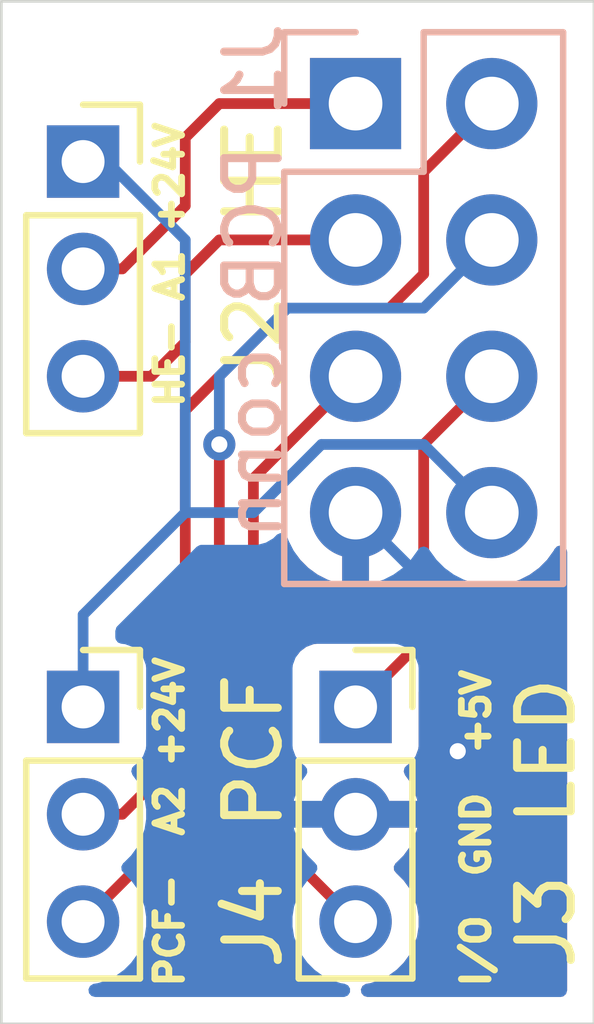
<source format=kicad_pcb>
(kicad_pcb (version 20241229) (generator "pcbnew") (generator_version "9.0")
  (layers (0 "F.Cu" signal) (2 "B.Cu" signal) (13 "F.Paste" user) (15 "B.Paste" user) (5 "F.SilkS" user "F.Silkscreen") (7 "B.SilkS" user "B.Silkscreen") (1 "F.Mask" user) (3 "B.Mask" user) (25 "Edge.Cuts" user))
  (net 0 "")
  (net 1 "/A1 (HE feedback)")
  (net 2 "/A2 (PCF feedback)")
  (net 3 "/HE-")
  (net 4 "/PCF-")
  (net 5 "/LED I{slash}O")
  (net 6 "/5V")
  (net 7 "/GND")
  (net 8 "/24V")
  (footprint "Connector_PinSocket_2.00mm:PinSocket_1x03_P2.00mm_Vertical" (layer "F.Cu") (at 139.7 89.98)
    (property "Reference" "J3" (at 3.556 4 90) (layer "F.SilkS"))
    (property "Value" "LED" (at 3.556 0.825 90) (layer "F.SilkS"))
    (fp_line (start -1.06 1) (end -1.06 5.06) (stroke (width 0.12)) (layer "F.SilkS"))
    (fp_line (start -1.06 1) (end 1.06 1) (stroke (width 0.12)) (layer "F.SilkS"))
    (fp_line (start -1.06 5.06) (end 1.06 5.06) (stroke (width 0.12)) (layer "F.SilkS"))
    (fp_line (start 0 -1.06) (end 1.06 -1.06) (stroke (width 0.12)) (layer "F.SilkS"))
    (fp_line (start 1.06 -1.06) (end 1.06 0) (stroke (width 0.12)) (layer "F.SilkS"))
    (fp_line (start 1.06 1) (end 1.06 5.06) (stroke (width 0.12)) (layer "F.SilkS"))
    (pad "1" thru_hole rect (at 0 0) (size 1.35 1.35) (drill 0.8) (layers "*.Cu" "*.Mask") (net 6 "/5V"))
    (pad "2" thru_hole oval (at 0 2) (size 1.35 1.35) (drill 0.8) (layers "*.Cu" "*.Mask") (net 7 "/GND"))
    (pad "3" thru_hole oval (at 0 4) (size 1.35 1.35) (drill 0.8) (layers "*.Cu" "*.Mask") (net 5 "/LED I{slash}O"))
  )
  (footprint "Connector_PinSocket_2.00mm:PinSocket_1x03_P2.00mm_Vertical" (layer "F.Cu") (at 134.62 89.98)
    (property "Reference" "J4" (at 3.175 4 90) (layer "F.SilkS"))
    (property "Value" "PCF" (at 3.175 0.825 90) (layer "F.SilkS"))
    (fp_line (start -1.06 1) (end -1.06 5.06) (stroke (width 0.12)) (layer "F.SilkS"))
    (fp_line (start -1.06 1) (end 1.06 1) (stroke (width 0.12)) (layer "F.SilkS"))
    (fp_line (start -1.06 5.06) (end 1.06 5.06) (stroke (width 0.12)) (layer "F.SilkS"))
    (fp_line (start 0 -1.06) (end 1.06 -1.06) (stroke (width 0.12)) (layer "F.SilkS"))
    (fp_line (start 1.06 -1.06) (end 1.06 0) (stroke (width 0.12)) (layer "F.SilkS"))
    (fp_line (start 1.06 1) (end 1.06 5.06) (stroke (width 0.12)) (layer "F.SilkS"))
    (pad "1" thru_hole rect (at 0 0) (size 1.35 1.35) (drill 0.8) (layers "*.Cu" "*.Mask") (net 8 "/24V"))
    (pad "2" thru_hole oval (at 0 2) (size 1.35 1.35) (drill 0.8) (layers "*.Cu" "*.Mask") (net 2 "/A2 (PCF feedback)"))
    (pad "3" thru_hole oval (at 0 4) (size 1.35 1.35) (drill 0.8) (layers "*.Cu" "*.Mask") (net 4 "/PCF-"))
  )
  (footprint "Connector_PinSocket_2.00mm:PinSocket_1x03_P2.00mm_Vertical" (layer "F.Cu") (at 134.62 79.82)
    (property "Reference" "J2" (at 3.175 3.365 90) (layer "F.SilkS"))
    (property "Value" "HE" (at 3.175 0.19 90) (layer "F.SilkS"))
    (fp_line (start -1.06 1) (end -1.06 5.06) (stroke (width 0.12)) (layer "F.SilkS"))
    (fp_line (start -1.06 1) (end 1.06 1) (stroke (width 0.12)) (layer "F.SilkS"))
    (fp_line (start -1.06 5.06) (end 1.06 5.06) (stroke (width 0.12)) (layer "F.SilkS"))
    (fp_line (start 0 -1.06) (end 1.06 -1.06) (stroke (width 0.12)) (layer "F.SilkS"))
    (fp_line (start 1.06 -1.06) (end 1.06 0) (stroke (width 0.12)) (layer "F.SilkS"))
    (fp_line (start 1.06 1) (end 1.06 5.06) (stroke (width 0.12)) (layer "F.SilkS"))
    (pad "1" thru_hole rect (at 0 0) (size 1.35 1.35) (drill 0.8) (layers "*.Cu" "*.Mask") (net 8 "/24V"))
    (pad "2" thru_hole oval (at 0 2) (size 1.35 1.35) (drill 0.8) (layers "*.Cu" "*.Mask") (net 1 "/A1 (HE feedback)"))
    (pad "3" thru_hole oval (at 0 4) (size 1.35 1.35) (drill 0.8) (layers "*.Cu" "*.Mask") (net 3 "/HE-"))
  )
  (footprint "Connector_PinSocket_2.54mm:PinSocket_2x04_P2.54mm_Vertical" (layer "B.Cu") (at 139.7 78.74 180)
    (property "Reference" "J1" (at 1.905 0.635 270) (layer "B.SilkS") (effects (justify mirror)))
    (property "Value" "PCB_conn" (at 1.905 -4.445 90) (layer "B.SilkS") (effects (justify mirror)))
    (fp_line (start 1.33 1.33) (end 1.33 0) (stroke (width 0.12)) (layer "B.SilkS"))
    (fp_line (start 1.33 -1.27) (end 1.33 -8.95) (stroke (width 0.12)) (layer "B.SilkS"))
    (fp_line (start 0 1.33) (end 1.33 1.33) (stroke (width 0.12)) (layer "B.SilkS"))
    (fp_line (start -1.27 1.33) (end -1.27 -1.27) (stroke (width 0.12)) (layer "B.SilkS"))
    (fp_line (start -1.27 -1.27) (end 1.33 -1.27) (stroke (width 0.12)) (layer "B.SilkS"))
    (fp_line (start -3.87 1.33) (end -1.27 1.33) (stroke (width 0.12)) (layer "B.SilkS"))
    (fp_line (start -3.87 1.33) (end -3.87 -8.95) (stroke (width 0.12)) (layer "B.SilkS"))
    (fp_line (start -3.87 -8.95) (end 1.33 -8.95) (stroke (width 0.12)) (layer "B.SilkS"))
    (pad "1" thru_hole rect (at 0 0 180) (size 1.7 1.7) (drill 1) (layers "*.Cu" "*.Mask") (net 1 "/A1 (HE feedback)"))
    (pad "2" thru_hole oval (at -2.54 0 180) (size 1.7 1.7) (drill 1) (layers "*.Cu" "*.Mask") (net 2 "/A2 (PCF feedback)"))
    (pad "3" thru_hole oval (at 0 -2.54 180) (size 1.7 1.7) (drill 1) (layers "*.Cu" "*.Mask") (net 3 "/HE-"))
    (pad "4" thru_hole oval (at -2.54 -2.54 180) (size 1.7 1.7) (drill 1) (layers "*.Cu" "*.Mask") (net 4 "/PCF-"))
    (pad "5" thru_hole oval (at 0 -5.08 180) (size 1.7 1.7) (drill 1) (layers "*.Cu" "*.Mask") (net 5 "/LED I{slash}O"))
    (pad "6" thru_hole oval (at -2.54 -5.08 180) (size 1.7 1.7) (drill 1) (layers "*.Cu" "*.Mask") (net 6 "/5V"))
    (pad "7" thru_hole oval (at 0 -7.62 180) (size 1.7 1.7) (drill 1) (layers "*.Cu" "*.Mask") (net 7 "/GND"))
    (pad "8" thru_hole oval (at -2.54 -7.62 180) (size 1.7 1.7) (drill 1) (layers "*.Cu" "*.Mask") (net 8 "/24V"))
  )
  (gr_line (start 144.145 76.835) (end 144.145 76.835) (stroke (width 0.05)) (layer "Edge.Cuts"))
  (gr_line (start 144.145 76.835) (end 133.096 76.835) (stroke (width 0.05)) (layer "Edge.Cuts"))
  (gr_line (start 133.096 76.835) (end 133.096 95.885) (stroke (width 0.05)) (layer "Edge.Cuts"))
  (gr_line (start 144.145 95.885) (end 144.145 76.835) (stroke (width 0.05)) (layer "Edge.Cuts"))
  (gr_line (start 133.096 95.885) (end 144.145 95.885) (stroke (width 0.05)) (layer "Edge.Cuts"))
  (gr_text "PCF-  A2 +24V" (at 136.525 95.25 90) (layer "F.SilkS") (effects (font (size 0.5 0.5) (thickness 0.125) (bold yes)) (justify left bottom)))
  (gr_text "HE- A1 +24V" (at 136.525 84.455 90) (layer "F.SilkS") (effects (font (size 0.5 0.5) (thickness 0.125) (bold yes)) (justify left bottom)))
  (gr_text "I/O  GND  +5V" (at 142.24 95.25 90) (layer "F.SilkS") (effects (font (size 0.5 0.5) (thickness 0.125)) (justify left bottom)))
  (segment (start 137.16 78.74) (end 139.7 78.74) (width 0.2) (layer "F.Cu") (net 1))
  (segment (start 135.35 81.82) (end 136.525 80.645) (width 0.2) (layer "F.Cu") (net 1))
  (segment (start 136.525 80.645) (end 136.525 79.375) (width 0.2) (layer "F.Cu") (net 1))
  (segment (start 134.62 81.82) (end 135.35 81.82) (width 0.2) (layer "F.Cu") (net 1))
  (segment (start 136.525 79.375) (end 137.16 78.74) (width 0.2) (layer "F.Cu") (net 1))
  (segment (start 138.43 82.55) (end 136.525 84.455) (width 0.2) (layer "F.Cu") (net 2))
  (segment (start 142.24 78.74) (end 140.97 80.01) (width 0.2) (layer "F.Cu") (net 2))
  (segment (start 136.525 90.805) (end 135.35 91.98) (width 0.2) (layer "F.Cu") (net 2))
  (segment (start 140.97 80.01) (end 140.97 81.915) (width 0.2) (layer "F.Cu") (net 2))
  (segment (start 140.97 81.915) (end 140.335 82.55) (width 0.2) (layer "F.Cu") (net 2))
  (segment (start 136.525 84.455) (end 136.525 90.805) (width 0.2) (layer "F.Cu") (net 2))
  (segment (start 140.335 82.55) (end 138.43 82.55) (width 0.2) (layer "F.Cu") (net 2))
  (segment (start 135.35 91.98) (end 134.62 91.98) (width 0.2) (layer "F.Cu") (net 2))
  (segment (start 137.16 81.28) (end 139.7 81.28) (width 0.2) (layer "F.Cu") (net 3))
  (segment (start 134.62 83.82) (end 135.89 83.82) (width 0.2) (layer "F.Cu") (net 3))
  (segment (start 136.525 81.915) (end 137.16 81.28) (width 0.2) (layer "F.Cu") (net 3))
  (segment (start 135.89 83.82) (end 136.525 83.185) (width 0.2) (layer "F.Cu") (net 3))
  (segment (start 136.525 83.185) (end 136.525 81.915) (width 0.2) (layer "F.Cu") (net 3))
  (segment (start 137.16 91.44) (end 137.16 85.09) (width 0.2) (layer "F.Cu") (net 4))
  (segment (start 134.62 93.98) (end 137.16 91.44) (width 0.2) (layer "F.Cu") (net 4))
  (via (at 137.16 85.09) (size 0.6) (drill 0.3) (layers "F.Cu" "B.Cu") (net 4))
  (segment (start 137.16 83.82) (end 138.43 82.55) (width 0.2) (layer "B.Cu") (net 4))
  (segment (start 138.43 82.55) (end 140.97 82.55) (width 0.2) (layer "B.Cu") (net 4))
  (segment (start 140.97 82.55) (end 142.24 81.28) (width 0.2) (layer "B.Cu") (net 4))
  (segment (start 137.16 85.09) (end 137.16 83.82) (width 0.2) (layer "B.Cu") (net 4))
  (segment (start 137.795 92.075) (end 137.795 85.725) (width 0.2) (layer "F.Cu") (net 5))
  (segment (start 139.7 93.98) (end 137.795 92.075) (width 0.2) (layer "F.Cu") (net 5))
  (segment (start 137.795 85.725) (end 139.7 83.82) (width 0.2) (layer "F.Cu") (net 5))
  (segment (start 140.97 85.09) (end 140.97 88.71) (width 0.2) (layer "F.Cu") (net 6))
  (segment (start 140.97 88.71) (end 139.7 89.98) (width 0.2) (layer "F.Cu") (net 6))
  (segment (start 142.24 83.82) (end 140.97 85.09) (width 0.2) (layer "F.Cu") (net 6))
  (segment (start 139.7 91.98) (end 141.065 91.98) (width 0.2) (layer "F.Cu") (net 7))
  (segment (start 141.605 91.44) (end 141.605 90.805) (width 0.2) (layer "F.Cu") (net 7))
  (segment (start 141.065 91.98) (end 141.605 91.44) (width 0.2) (layer "F.Cu") (net 7))
  (via (at 141.605 90.805) (size 0.6) (drill 0.3) (layers "F.Cu" "B.Cu") (net 7))
  (segment (start 141.605 90.805) (end 141.605 88.265) (width 0.2) (layer "B.Cu") (net 7))
  (segment (start 141.605 88.265) (end 139.7 86.36) (width 0.2) (layer "B.Cu") (net 7))
  (segment (start 136.525 86.36) (end 134.62 88.265) (width 0.2) (layer "B.Cu") (net 8))
  (segment (start 139.065 85.09) (end 137.795 86.36) (width 0.2) (layer "B.Cu") (net 8))
  (segment (start 137.795 86.36) (end 136.525 86.36) (width 0.2) (layer "B.Cu") (net 8))
  (segment (start 134.62 79.82) (end 134.175 79.82) (width 0.2) (layer "B.Cu") (net 8))
  (segment (start 135.065 79.82) (end 134.62 79.82) (width 0.2) (layer "B.Cu") (net 8))
  (segment (start 142.24 86.36) (end 140.97 85.09) (width 0.2) (layer "B.Cu") (net 8))
  (segment (start 134.62 88.265) (end 134.62 89.98) (width 0.2) (layer "B.Cu") (net 8))
  (segment (start 136.525 86.36) (end 136.525 81.28) (width 0.2) (layer "B.Cu") (net 8))
  (segment (start 140.97 85.09) (end 139.065 85.09) (width 0.2) (layer "B.Cu") (net 8))
  (segment (start 136.525 81.28) (end 135.065 79.82) (width 0.2) (layer "B.Cu") (net 8))
  (zone (net 7) (net_name "/GND") (layers "F.Cu" "B.Cu") (connect_pads (clearance 0.5)) (min_thickness 0.25) (fill yes (thermal_gap 0.5) (thermal_bridge_width 0.5))
    (polygon (pts (xy 133.604 77.216) (xy 133.604 95.504) (xy 143.764 95.504) (xy 143.764 77.216)))
  )
)
</source>
